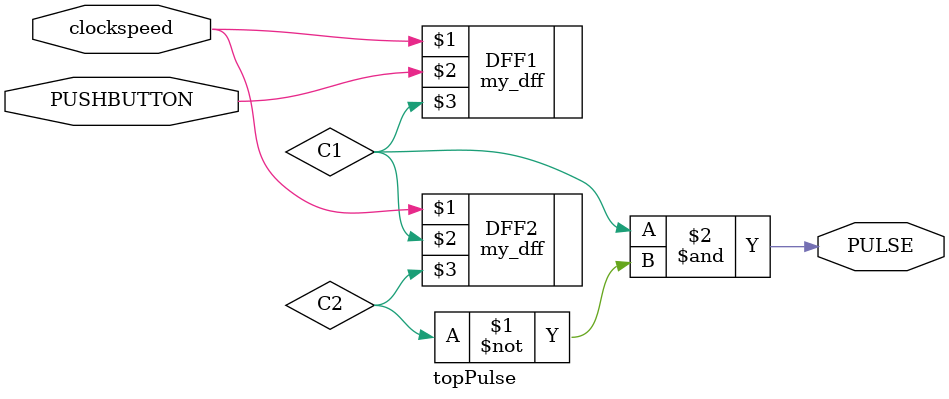
<source format=v>
`timescale 1ns / 1ps

module topPulse(
input clockspeed, PUSHBUTTON,output PULSE
    );
    
    wire C1;
    wire C2;
    
    my_dff DFF1 (clockspeed, PUSHBUTTON, C1);
    my_dff DFF2 (clockspeed, C1, C2);
    
    assign PULSE = (C1&~C2);
endmodule


</source>
